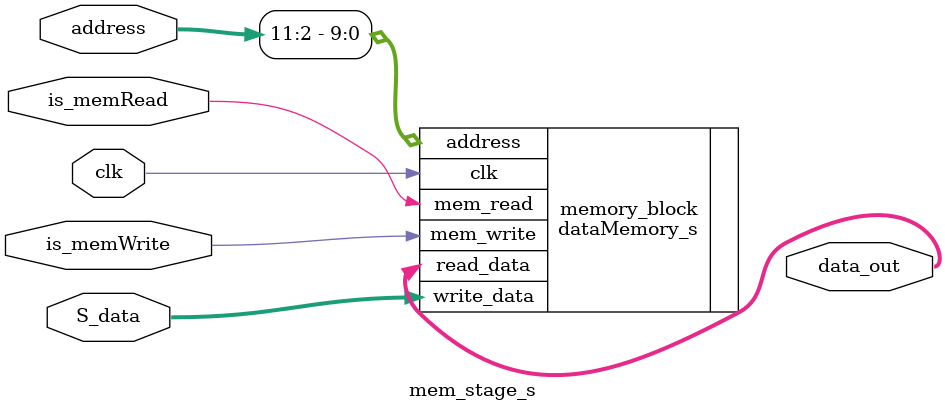
<source format=sv>
`timescale 1ns / 1ps

module mem_stage_s(
        input  logic        clk,
        input  logic        is_memRead,
        input  logic        is_memWrite,
        input  logic [31:0] address,
        input  logic [31:0] S_data,
        output logic [31:0] data_out  
    );
    
    // Instantiate data memory
    dataMemory_s memory_block (
        .clk(clk),
        .mem_read(is_memRead),
        .mem_write(is_memWrite),
        .address(address[11:2]),
        .write_data(S_data),
        // output
        .read_data(data_out)
    );
    
endmodule

</source>
